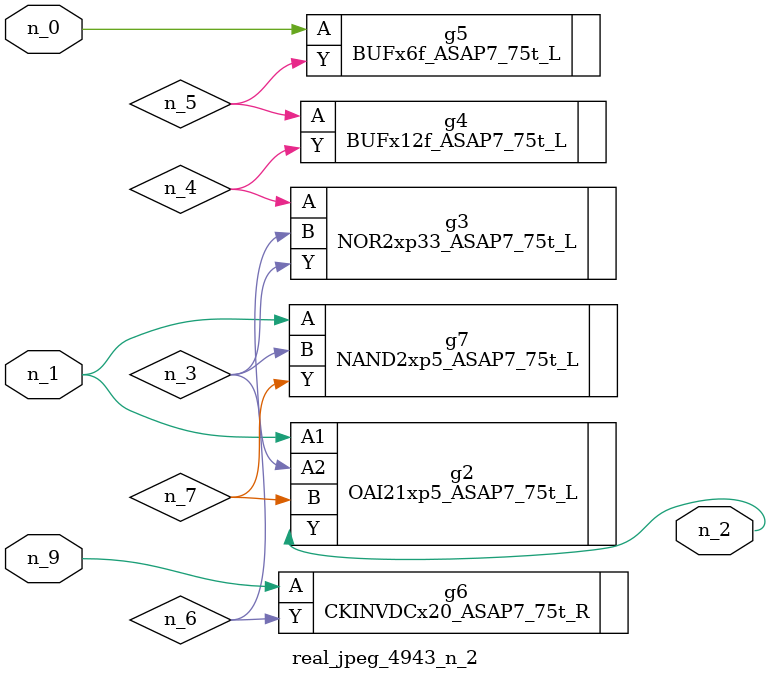
<source format=v>
module real_jpeg_4943_n_2 (n_1, n_0, n_9, n_2);

input n_1;
input n_0;
input n_9;

output n_2;

wire n_5;
wire n_4;
wire n_6;
wire n_7;
wire n_3;

BUFx6f_ASAP7_75t_L g5 ( 
.A(n_0),
.Y(n_5)
);

OAI21xp5_ASAP7_75t_L g2 ( 
.A1(n_1),
.A2(n_3),
.B(n_7),
.Y(n_2)
);

NAND2xp5_ASAP7_75t_L g7 ( 
.A(n_1),
.B(n_3),
.Y(n_7)
);

NOR2xp33_ASAP7_75t_L g3 ( 
.A(n_4),
.B(n_6),
.Y(n_3)
);

BUFx12f_ASAP7_75t_L g4 ( 
.A(n_5),
.Y(n_4)
);

CKINVDCx20_ASAP7_75t_R g6 ( 
.A(n_9),
.Y(n_6)
);


endmodule
</source>
